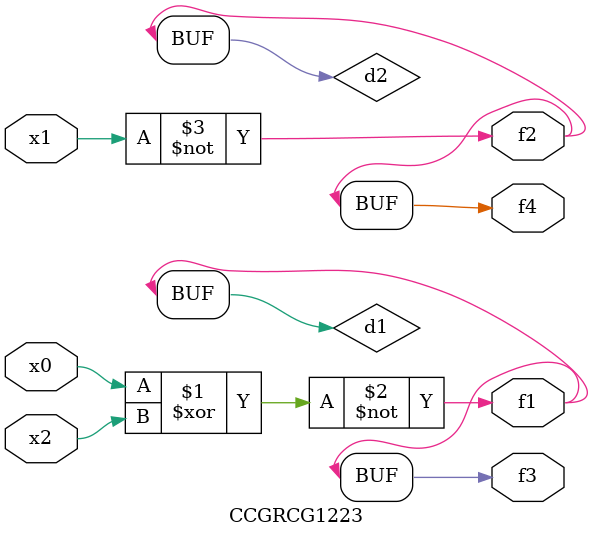
<source format=v>
module CCGRCG1223(
	input x0, x1, x2,
	output f1, f2, f3, f4
);

	wire d1, d2, d3;

	xnor (d1, x0, x2);
	nand (d2, x1);
	nor (d3, x1, x2);
	assign f1 = d1;
	assign f2 = d2;
	assign f3 = d1;
	assign f4 = d2;
endmodule

</source>
